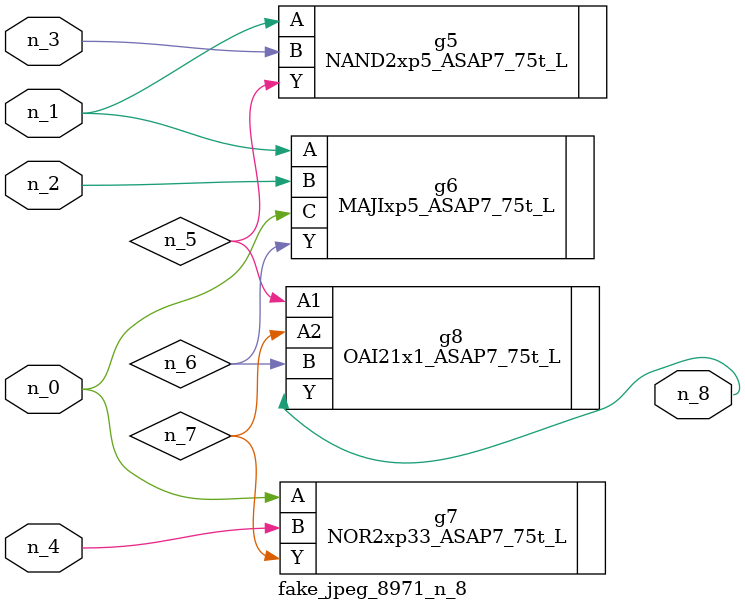
<source format=v>
module fake_jpeg_8971_n_8 (n_3, n_2, n_1, n_0, n_4, n_8);

input n_3;
input n_2;
input n_1;
input n_0;
input n_4;

output n_8;

wire n_6;
wire n_5;
wire n_7;

NAND2xp5_ASAP7_75t_L g5 ( 
.A(n_1),
.B(n_3),
.Y(n_5)
);

MAJIxp5_ASAP7_75t_L g6 ( 
.A(n_1),
.B(n_2),
.C(n_0),
.Y(n_6)
);

NOR2xp33_ASAP7_75t_L g7 ( 
.A(n_0),
.B(n_4),
.Y(n_7)
);

OAI21x1_ASAP7_75t_L g8 ( 
.A1(n_5),
.A2(n_7),
.B(n_6),
.Y(n_8)
);


endmodule
</source>
